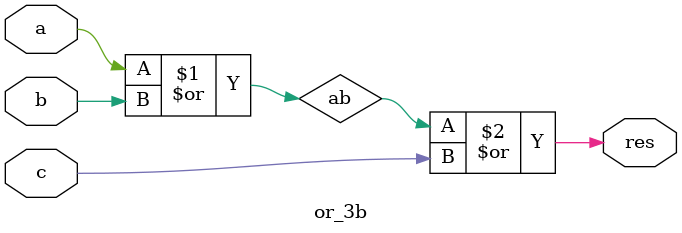
<source format=v>
module or_3b( output wire res, input wire a, input wire b, input wire c);
    wire ab; // Intermediate wire for a and b
    or (ab, a, b); // OR gate for a and b
    or (res, ab, c); // OR gate for ab and c
endmodule
</source>
